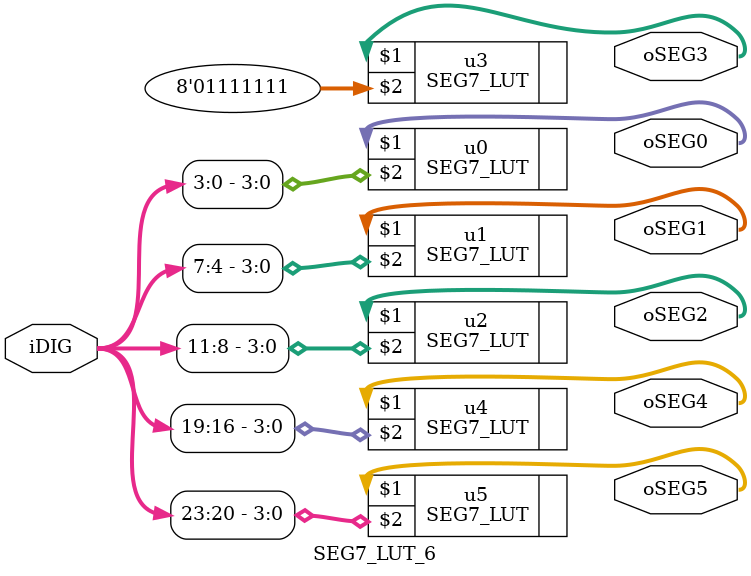
<source format=v>
module SEG7_LUT_6 (	oSEG0,oSEG1,oSEG2,oSEG3,oSEG4,oSEG5,iDIG );
input	[23:0]	iDIG;
output	[7:0]	oSEG0,oSEG1,oSEG2,oSEG3,oSEG4,oSEG5;

SEG7_LUT	u0	(	oSEG0,iDIG[3:0]		);
SEG7_LUT	u1	(	oSEG1,iDIG[7:4]		);
SEG7_LUT	u2	(	oSEG2,iDIG[11:8]	);
//SEG7_LUT	u3	(	oSEG3,iDIG[15:12]	);
SEG7_LUT	u3	(	oSEG3, 8'b01111111); //set the decimal point LED on.
SEG7_LUT	u4	(	oSEG4,iDIG[19:16]	);
SEG7_LUT	u5	(	oSEG5,iDIG[23:20]	);


endmodule
</source>
